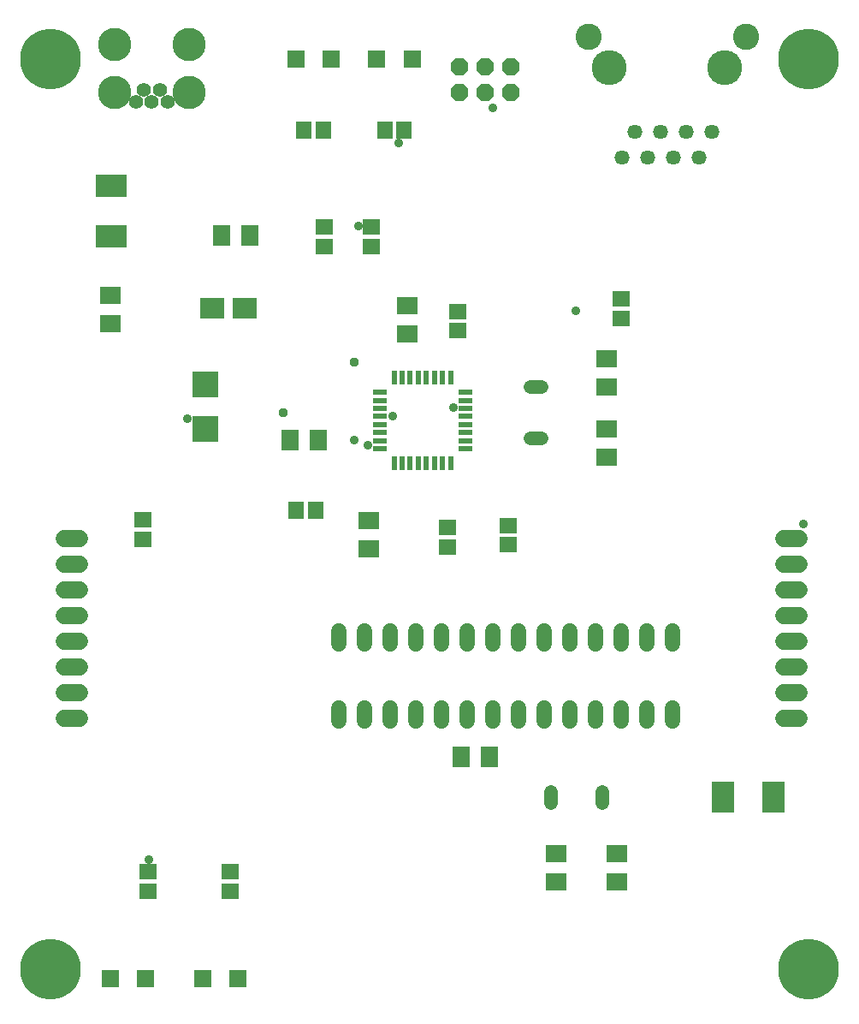
<source format=gbr>
G04 EAGLE Gerber RS-274X export*
G75*
%MOMM*%
%FSLAX34Y34*%
%LPD*%
%INSoldermask Top*%
%IPPOS*%
%AMOC8*
5,1,8,0,0,1.08239X$1,22.5*%
G01*
%ADD10R,2.003200X1.803200*%
%ADD11R,1.803200X2.003200*%
%ADD12R,2.353200X2.003200*%
%ADD13R,2.603200X2.603200*%
%ADD14R,0.603200X1.403200*%
%ADD15R,1.403200X0.603200*%
%ADD16C,1.727200*%
%ADD17R,1.703200X1.703200*%
%ADD18R,1.703200X1.503200*%
%ADD19R,1.503200X1.703200*%
%ADD20C,1.320800*%
%ADD21C,1.524000*%
%ADD22P,1.869504X8X22.500000*%
%ADD23C,1.461200*%
%ADD24C,2.603200*%
%ADD25C,3.453200*%
%ADD26C,1.411200*%
%ADD27C,3.295600*%
%ADD28R,3.153200X2.223200*%
%ADD29R,2.223200X3.153200*%
%ADD30C,0.959600*%
%ADD31C,0.914400*%
%ADD32C,6.003200*%


D10*
X98600Y688300D03*
X98600Y716300D03*
D11*
X305000Y573400D03*
X277000Y573400D03*
D10*
X392600Y706100D03*
X392600Y678100D03*
D11*
X236600Y775600D03*
X208600Y775600D03*
D12*
X199650Y703400D03*
X232150Y703400D03*
D10*
X354800Y465900D03*
X354800Y493900D03*
D13*
X192600Y583900D03*
X192600Y627900D03*
D14*
X435700Y634850D03*
X427700Y634850D03*
X419700Y634850D03*
X411700Y634850D03*
X403700Y634850D03*
X395700Y634850D03*
X387700Y634850D03*
X379700Y634850D03*
D15*
X365450Y620600D03*
X365450Y612600D03*
X365450Y604600D03*
X365450Y596600D03*
X365450Y588600D03*
X365450Y580600D03*
X365450Y572600D03*
X365450Y564600D03*
D14*
X379700Y550350D03*
X387700Y550350D03*
X395700Y550350D03*
X403700Y550350D03*
X411700Y550350D03*
X419700Y550350D03*
X427700Y550350D03*
X435700Y550350D03*
D15*
X449950Y564600D03*
X449950Y572600D03*
X449950Y580600D03*
X449950Y588600D03*
X449950Y596600D03*
X449950Y604600D03*
X449950Y612600D03*
X449950Y620600D03*
D16*
X764880Y298300D02*
X780120Y298300D01*
X780120Y323700D02*
X764880Y323700D01*
X764880Y349100D02*
X780120Y349100D01*
X780120Y374500D02*
X764880Y374500D01*
X764880Y399900D02*
X780120Y399900D01*
X780120Y425300D02*
X764880Y425300D01*
X764880Y450700D02*
X780120Y450700D01*
X780120Y476100D02*
X764880Y476100D01*
X68420Y298300D02*
X53180Y298300D01*
X53180Y323700D02*
X68420Y323700D01*
X68420Y349100D02*
X53180Y349100D01*
X53180Y374500D02*
X68420Y374500D01*
X68420Y399900D02*
X53180Y399900D01*
X53180Y425300D02*
X68420Y425300D01*
X68420Y450700D02*
X53180Y450700D01*
X53180Y476100D02*
X68420Y476100D01*
D17*
X190300Y40800D03*
X225300Y40800D03*
X98700Y40800D03*
X133700Y40800D03*
D18*
X604800Y693900D03*
X604800Y712900D03*
X136200Y146500D03*
X136200Y127500D03*
X311000Y783700D03*
X311000Y764700D03*
X357200Y783700D03*
X357200Y764700D03*
X443100Y700500D03*
X443100Y681500D03*
X432600Y486700D03*
X432600Y467700D03*
X492600Y488600D03*
X492600Y469600D03*
D19*
X301900Y503700D03*
X282900Y503700D03*
D18*
X130800Y494300D03*
X130800Y475300D03*
X217800Y146500D03*
X217800Y127500D03*
D20*
X514412Y625400D02*
X525588Y625400D01*
X525588Y574600D02*
X514412Y574600D01*
D10*
X590000Y556000D03*
X590000Y584000D03*
X590000Y626000D03*
X590000Y654000D03*
D21*
X324900Y308504D02*
X324900Y295296D01*
X350300Y295296D02*
X350300Y308504D01*
X375700Y308504D02*
X375700Y295296D01*
X401100Y295296D02*
X401100Y308504D01*
X426500Y308504D02*
X426500Y295296D01*
X451900Y295296D02*
X451900Y308504D01*
X477300Y308504D02*
X477300Y295296D01*
X502700Y295296D02*
X502700Y308504D01*
X528100Y308504D02*
X528100Y295296D01*
X553500Y295296D02*
X553500Y308504D01*
X578900Y308504D02*
X578900Y295296D01*
X604300Y295296D02*
X604300Y308504D01*
X629700Y308504D02*
X629700Y295296D01*
X655100Y295296D02*
X655100Y308504D01*
X655100Y371496D02*
X655100Y384704D01*
X629700Y384704D02*
X629700Y371496D01*
X604300Y371496D02*
X604300Y384704D01*
X578900Y384704D02*
X578900Y371496D01*
X553500Y371496D02*
X553500Y384704D01*
X528100Y384704D02*
X528100Y371496D01*
X502700Y371496D02*
X502700Y384704D01*
X477300Y384704D02*
X477300Y371496D01*
X451900Y371496D02*
X451900Y384704D01*
X426500Y384704D02*
X426500Y371496D01*
X401100Y371496D02*
X401100Y384704D01*
X375700Y384704D02*
X375700Y371496D01*
X350300Y371496D02*
X350300Y384704D01*
X324900Y384704D02*
X324900Y371496D01*
D11*
X446000Y260000D03*
X474000Y260000D03*
D20*
X585400Y225588D02*
X585400Y214412D01*
X534600Y214412D02*
X534600Y225588D01*
D10*
X540000Y164000D03*
X540000Y136000D03*
X600000Y164000D03*
X600000Y136000D03*
D19*
X389500Y880000D03*
X370500Y880000D03*
X309500Y880000D03*
X290500Y880000D03*
D17*
X282500Y950000D03*
X317500Y950000D03*
X362500Y950000D03*
X397500Y950000D03*
D22*
X444600Y917300D03*
X444600Y942700D03*
X470000Y917300D03*
X470000Y942700D03*
X495400Y917300D03*
X495400Y942700D03*
D23*
X694450Y877700D03*
X681750Y852300D03*
X669050Y877700D03*
X656350Y852300D03*
X643650Y877700D03*
X630950Y852300D03*
X618250Y877700D03*
X605550Y852300D03*
D24*
X728000Y971700D03*
X572000Y971700D03*
D25*
X707150Y941200D03*
X592850Y941200D03*
D26*
X124000Y907750D03*
X132000Y919750D03*
X140000Y907750D03*
X148000Y919750D03*
X156000Y907750D03*
D27*
X103000Y916750D03*
X177000Y916750D03*
X103000Y964250D03*
X177000Y964250D03*
D28*
X100000Y825000D03*
X100000Y775000D03*
D29*
X705000Y220000D03*
X755000Y220000D03*
D30*
X270000Y600000D03*
X340000Y650000D03*
D31*
X438432Y605300D03*
X339852Y573024D03*
X559308Y701040D03*
X137160Y158496D03*
X175260Y594360D03*
X353568Y568452D03*
X377952Y597408D03*
X384048Y867156D03*
X477012Y902208D03*
X344424Y784860D03*
D32*
X40000Y950000D03*
X790000Y950000D03*
X790000Y50000D03*
X40000Y50000D03*
D31*
X784860Y490728D03*
M02*

</source>
